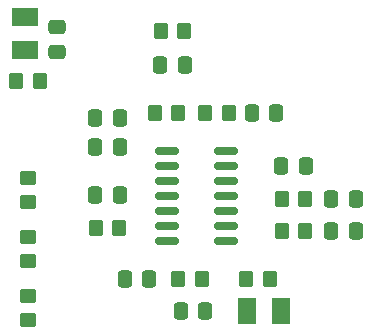
<source format=gbr>
%TF.GenerationSoftware,KiCad,Pcbnew,8.0.0*%
%TF.CreationDate,2025-10-24T15:06:22+03:00*%
%TF.ProjectId,Loewe VGA,4c6f6577-6520-4564-9741-2e6b69636164,rev?*%
%TF.SameCoordinates,Original*%
%TF.FileFunction,Paste,Top*%
%TF.FilePolarity,Positive*%
%FSLAX46Y46*%
G04 Gerber Fmt 4.6, Leading zero omitted, Abs format (unit mm)*
G04 Created by KiCad (PCBNEW 8.0.0) date 2025-10-24 15:06:22*
%MOMM*%
%LPD*%
G01*
G04 APERTURE LIST*
G04 Aperture macros list*
%AMRoundRect*
0 Rectangle with rounded corners*
0 $1 Rounding radius*
0 $2 $3 $4 $5 $6 $7 $8 $9 X,Y pos of 4 corners*
0 Add a 4 corners polygon primitive as box body*
4,1,4,$2,$3,$4,$5,$6,$7,$8,$9,$2,$3,0*
0 Add four circle primitives for the rounded corners*
1,1,$1+$1,$2,$3*
1,1,$1+$1,$4,$5*
1,1,$1+$1,$6,$7*
1,1,$1+$1,$8,$9*
0 Add four rect primitives between the rounded corners*
20,1,$1+$1,$2,$3,$4,$5,0*
20,1,$1+$1,$4,$5,$6,$7,0*
20,1,$1+$1,$6,$7,$8,$9,0*
20,1,$1+$1,$8,$9,$2,$3,0*%
G04 Aperture macros list end*
%ADD10RoundRect,0.250000X0.337500X0.475000X-0.337500X0.475000X-0.337500X-0.475000X0.337500X-0.475000X0*%
%ADD11RoundRect,0.250000X-0.337500X-0.475000X0.337500X-0.475000X0.337500X0.475000X-0.337500X0.475000X0*%
%ADD12RoundRect,0.250000X-0.350000X-0.450000X0.350000X-0.450000X0.350000X0.450000X-0.350000X0.450000X0*%
%ADD13RoundRect,0.250000X-0.450000X0.350000X-0.450000X-0.350000X0.450000X-0.350000X0.450000X0.350000X0*%
%ADD14RoundRect,0.250000X0.350000X0.450000X-0.350000X0.450000X-0.350000X-0.450000X0.350000X-0.450000X0*%
%ADD15R,2.200000X1.600000*%
%ADD16R,1.600000X2.200000*%
%ADD17RoundRect,0.250000X-0.475000X0.337500X-0.475000X-0.337500X0.475000X-0.337500X0.475000X0.337500X0*%
%ADD18RoundRect,0.150000X-0.825000X-0.150000X0.825000X-0.150000X0.825000X0.150000X-0.825000X0.150000X0*%
%ADD19RoundRect,0.250000X0.450000X-0.350000X0.450000X0.350000X-0.450000X0.350000X-0.450000X-0.350000X0*%
G04 APERTURE END LIST*
D10*
%TO.C,C814*%
X138290600Y-108526600D03*
X136215600Y-108526600D03*
%TD*%
D11*
%TO.C,C818*%
X138713600Y-115628600D03*
X140788600Y-115628600D03*
%TD*%
D10*
%TO.C,C811*%
X151538600Y-101628600D03*
X149463600Y-101628600D03*
%TD*%
D12*
%TO.C,R823*%
X145501100Y-101628600D03*
X147501100Y-101628600D03*
%TD*%
D13*
%TO.C,R838*%
X130501100Y-117128600D03*
X130501100Y-119128600D03*
%TD*%
D14*
%TO.C,R827*%
X143751100Y-94628600D03*
X141751100Y-94628600D03*
%TD*%
D15*
%TO.C,L826*%
X130251100Y-93478600D03*
X130251100Y-96278600D03*
%TD*%
D12*
%TO.C,R819*%
X136251100Y-111378600D03*
X138251100Y-111378600D03*
%TD*%
D10*
%TO.C,C829*%
X138290600Y-104526600D03*
X136215600Y-104526600D03*
%TD*%
D11*
%TO.C,C821*%
X156213600Y-108878600D03*
X158288600Y-108878600D03*
%TD*%
%TO.C,C817*%
X143463600Y-118378600D03*
X145538600Y-118378600D03*
%TD*%
%TO.C,C827*%
X141715600Y-97526600D03*
X143790600Y-97526600D03*
%TD*%
D14*
%TO.C,R829*%
X131501100Y-98878600D03*
X129501100Y-98878600D03*
%TD*%
D13*
%TO.C,R836*%
X130501100Y-107128600D03*
X130501100Y-109128600D03*
%TD*%
D10*
%TO.C,C828*%
X138290600Y-102026600D03*
X136215600Y-102026600D03*
%TD*%
D14*
%TO.C,R828*%
X143251100Y-101628600D03*
X141251100Y-101628600D03*
%TD*%
%TO.C,R818*%
X145251100Y-115628600D03*
X143251100Y-115628600D03*
%TD*%
D16*
%TO.C,L816*%
X151901100Y-118378600D03*
X149101100Y-118378600D03*
%TD*%
D17*
%TO.C,C826*%
X133001100Y-94341100D03*
X133001100Y-96416100D03*
%TD*%
D18*
%TO.C,U1*%
X142325000Y-104790000D03*
X142325000Y-106060000D03*
X142325000Y-107330000D03*
X142325000Y-108600000D03*
X142325000Y-109870000D03*
X142325000Y-111140000D03*
X142325000Y-112410000D03*
X147275000Y-112410000D03*
X147275000Y-111140000D03*
X147275000Y-109870000D03*
X147275000Y-108600000D03*
X147275000Y-107330000D03*
X147275000Y-106060000D03*
X147275000Y-104790000D03*
%TD*%
D11*
%TO.C,C822*%
X151963600Y-106128600D03*
X154038600Y-106128600D03*
%TD*%
%TO.C,C813*%
X156213600Y-111628600D03*
X158288600Y-111628600D03*
%TD*%
D12*
%TO.C,R817*%
X149001100Y-115628600D03*
X151001100Y-115628600D03*
%TD*%
%TO.C,R814*%
X152001100Y-111628600D03*
X154001100Y-111628600D03*
%TD*%
D19*
%TO.C,R837*%
X130501100Y-114128600D03*
X130501100Y-112128600D03*
%TD*%
D12*
%TO.C,R821*%
X152001100Y-108878600D03*
X154001100Y-108878600D03*
%TD*%
M02*

</source>
